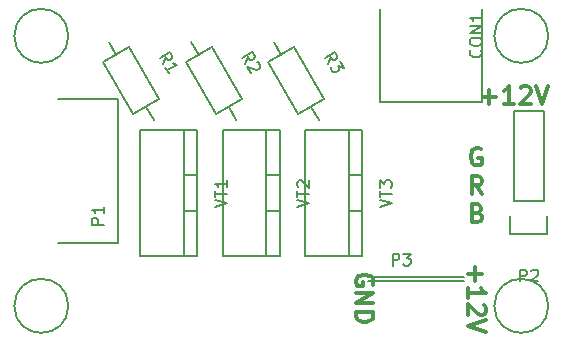
<source format=gto>
%TF.GenerationSoftware,KiCad,Pcbnew,4.0.1-stable*%
%TF.CreationDate,2016-01-20T19:55:13+01:00*%
%TF.ProjectId,pwm_board,70776D5F626F6172642E6B696361645F,rev?*%
%TF.FileFunction,Legend,Top*%
%FSLAX46Y46*%
G04 Gerber Fmt 4.6, Leading zero omitted, Abs format (unit mm)*
G04 Created by KiCad (PCBNEW 4.0.1-stable) date Wed 20 Jan 2016 07:55:13 PM CET*
%MOMM*%
G01*
G04 APERTURE LIST*
%ADD10C,0.100000*%
%ADD11C,0.300000*%
%ADD12C,0.150000*%
G04 APERTURE END LIST*
D10*
D11*
X151880000Y-113157143D02*
X151951429Y-113014286D01*
X151951429Y-112800000D01*
X151880000Y-112585715D01*
X151737143Y-112442857D01*
X151594286Y-112371429D01*
X151308571Y-112300000D01*
X151094286Y-112300000D01*
X150808571Y-112371429D01*
X150665714Y-112442857D01*
X150522857Y-112585715D01*
X150451429Y-112800000D01*
X150451429Y-112942857D01*
X150522857Y-113157143D01*
X150594286Y-113228572D01*
X151094286Y-113228572D01*
X151094286Y-112942857D01*
X150451429Y-113871429D02*
X151951429Y-113871429D01*
X150451429Y-114728572D01*
X151951429Y-114728572D01*
X150451429Y-115442858D02*
X151951429Y-115442858D01*
X151951429Y-115800001D01*
X151880000Y-116014286D01*
X151737143Y-116157144D01*
X151594286Y-116228572D01*
X151308571Y-116300001D01*
X151094286Y-116300001D01*
X150808571Y-116228572D01*
X150665714Y-116157144D01*
X150522857Y-116014286D01*
X150451429Y-115800001D01*
X150451429Y-115442858D01*
X160547857Y-111657144D02*
X160547857Y-112800001D01*
X159976429Y-112228572D02*
X161119286Y-112228572D01*
X159976429Y-114300001D02*
X159976429Y-113442858D01*
X159976429Y-113871430D02*
X161476429Y-113871430D01*
X161262143Y-113728573D01*
X161119286Y-113585715D01*
X161047857Y-113442858D01*
X161333571Y-114871429D02*
X161405000Y-114942858D01*
X161476429Y-115085715D01*
X161476429Y-115442858D01*
X161405000Y-115585715D01*
X161333571Y-115657144D01*
X161190714Y-115728572D01*
X161047857Y-115728572D01*
X160833571Y-115657144D01*
X159976429Y-114800001D01*
X159976429Y-115728572D01*
X161476429Y-116157143D02*
X159976429Y-116657143D01*
X161476429Y-117157143D01*
X161047857Y-101625000D02*
X160905000Y-101553571D01*
X160690714Y-101553571D01*
X160476429Y-101625000D01*
X160333571Y-101767857D01*
X160262143Y-101910714D01*
X160190714Y-102196429D01*
X160190714Y-102410714D01*
X160262143Y-102696429D01*
X160333571Y-102839286D01*
X160476429Y-102982143D01*
X160690714Y-103053571D01*
X160833571Y-103053571D01*
X161047857Y-102982143D01*
X161119286Y-102910714D01*
X161119286Y-102410714D01*
X160833571Y-102410714D01*
X161119286Y-105453571D02*
X160619286Y-104739286D01*
X160262143Y-105453571D02*
X160262143Y-103953571D01*
X160833571Y-103953571D01*
X160976429Y-104025000D01*
X161047857Y-104096429D01*
X161119286Y-104239286D01*
X161119286Y-104453571D01*
X161047857Y-104596429D01*
X160976429Y-104667857D01*
X160833571Y-104739286D01*
X160262143Y-104739286D01*
X160762143Y-107067857D02*
X160976429Y-107139286D01*
X161047857Y-107210714D01*
X161119286Y-107353571D01*
X161119286Y-107567857D01*
X161047857Y-107710714D01*
X160976429Y-107782143D01*
X160833571Y-107853571D01*
X160262143Y-107853571D01*
X160262143Y-106353571D01*
X160762143Y-106353571D01*
X160905000Y-106425000D01*
X160976429Y-106496429D01*
X161047857Y-106639286D01*
X161047857Y-106782143D01*
X160976429Y-106925000D01*
X160905000Y-106996429D01*
X160762143Y-107067857D01*
X160262143Y-107067857D01*
X161187144Y-97262143D02*
X162330001Y-97262143D01*
X161758572Y-97833571D02*
X161758572Y-96690714D01*
X163830001Y-97833571D02*
X162972858Y-97833571D01*
X163401430Y-97833571D02*
X163401430Y-96333571D01*
X163258573Y-96547857D01*
X163115715Y-96690714D01*
X162972858Y-96762143D01*
X164401429Y-96476429D02*
X164472858Y-96405000D01*
X164615715Y-96333571D01*
X164972858Y-96333571D01*
X165115715Y-96405000D01*
X165187144Y-96476429D01*
X165258572Y-96619286D01*
X165258572Y-96762143D01*
X165187144Y-96976429D01*
X164330001Y-97833571D01*
X165258572Y-97833571D01*
X165687143Y-96333571D02*
X166187143Y-97833571D01*
X166687143Y-96333571D01*
D12*
X154045920Y-112869980D02*
X159644080Y-112869980D01*
X159644080Y-112471200D02*
X154045920Y-112471200D01*
X151505920Y-112869980D02*
X157104080Y-112869980D01*
X157104080Y-112471200D02*
X151505920Y-112471200D01*
X152527000Y-97663000D02*
X152527000Y-89789000D01*
X161163000Y-97663000D02*
X161163000Y-89789000D01*
X161163000Y-97663000D02*
X152527000Y-97663000D01*
X130302000Y-97409000D02*
X125222000Y-97409000D01*
X130302000Y-109601000D02*
X125222000Y-109601000D01*
X130302000Y-97409000D02*
X130302000Y-109601000D01*
X131274852Y-93050295D02*
X133814852Y-97449705D01*
X133814852Y-97449705D02*
X131615148Y-98719705D01*
X131615148Y-98719705D02*
X129075148Y-94320295D01*
X129075148Y-94320295D02*
X131274852Y-93050295D01*
X130175000Y-93685295D02*
X129540000Y-92585443D01*
X132715000Y-98084705D02*
X133350000Y-99184557D01*
X138259852Y-93050295D02*
X140799852Y-97449705D01*
X140799852Y-97449705D02*
X138600148Y-98719705D01*
X138600148Y-98719705D02*
X136060148Y-94320295D01*
X136060148Y-94320295D02*
X138259852Y-93050295D01*
X137160000Y-93685295D02*
X136525000Y-92585443D01*
X139700000Y-98084705D02*
X140335000Y-99184557D01*
X145244852Y-93050295D02*
X147784852Y-97449705D01*
X147784852Y-97449705D02*
X145585148Y-98719705D01*
X145585148Y-98719705D02*
X143045148Y-94320295D01*
X143045148Y-94320295D02*
X145244852Y-93050295D01*
X144145000Y-93685295D02*
X143510000Y-92585443D01*
X146685000Y-98084705D02*
X147320000Y-99184557D01*
X126111000Y-92075000D02*
G75*
G03X126111000Y-92075000I-2286000J0D01*
G01*
X126111000Y-114935000D02*
G75*
G03X126111000Y-114935000I-2286000J0D01*
G01*
X166751000Y-114935000D02*
G75*
G03X166751000Y-114935000I-2286000J0D01*
G01*
X166751000Y-92075000D02*
G75*
G03X166751000Y-92075000I-2286000J0D01*
G01*
X137033000Y-103886000D02*
X135890000Y-103886000D01*
X137033000Y-106934000D02*
X135890000Y-106934000D01*
X135890000Y-110744000D02*
X132207000Y-110744000D01*
X132207000Y-110744000D02*
X132207000Y-100076000D01*
X132207000Y-100076000D02*
X135890000Y-100076000D01*
X137033000Y-110744000D02*
X135890000Y-110744000D01*
X135890000Y-110744000D02*
X135890000Y-100076000D01*
X135890000Y-100076000D02*
X137033000Y-100076000D01*
X137033000Y-105410000D02*
X137033000Y-100076000D01*
X137033000Y-105410000D02*
X137033000Y-110744000D01*
X144018000Y-103886000D02*
X142875000Y-103886000D01*
X144018000Y-106934000D02*
X142875000Y-106934000D01*
X142875000Y-110744000D02*
X139192000Y-110744000D01*
X139192000Y-110744000D02*
X139192000Y-100076000D01*
X139192000Y-100076000D02*
X142875000Y-100076000D01*
X144018000Y-110744000D02*
X142875000Y-110744000D01*
X142875000Y-110744000D02*
X142875000Y-100076000D01*
X142875000Y-100076000D02*
X144018000Y-100076000D01*
X144018000Y-105410000D02*
X144018000Y-100076000D01*
X144018000Y-105410000D02*
X144018000Y-110744000D01*
X151003000Y-103886000D02*
X149860000Y-103886000D01*
X151003000Y-106934000D02*
X149860000Y-106934000D01*
X149860000Y-110744000D02*
X146177000Y-110744000D01*
X146177000Y-110744000D02*
X146177000Y-100076000D01*
X146177000Y-100076000D02*
X149860000Y-100076000D01*
X151003000Y-110744000D02*
X149860000Y-110744000D01*
X149860000Y-110744000D02*
X149860000Y-100076000D01*
X149860000Y-100076000D02*
X151003000Y-100076000D01*
X151003000Y-105410000D02*
X151003000Y-100076000D01*
X151003000Y-105410000D02*
X151003000Y-110744000D01*
X166370000Y-106045000D02*
X166370000Y-98425000D01*
X163830000Y-106045000D02*
X163830000Y-98425000D01*
X163550000Y-108865000D02*
X163550000Y-107315000D01*
X166370000Y-98425000D02*
X163830000Y-98425000D01*
X163830000Y-106045000D02*
X166370000Y-106045000D01*
X166650000Y-107315000D02*
X166650000Y-108865000D01*
X166650000Y-108865000D02*
X163550000Y-108865000D01*
X153566905Y-111521501D02*
X153566905Y-110521501D01*
X153947858Y-110521501D01*
X154043096Y-110569120D01*
X154090715Y-110616739D01*
X154138334Y-110711977D01*
X154138334Y-110854834D01*
X154090715Y-110950072D01*
X154043096Y-110997691D01*
X153947858Y-111045310D01*
X153566905Y-111045310D01*
X154471667Y-110521501D02*
X155090715Y-110521501D01*
X154757381Y-110902453D01*
X154900239Y-110902453D01*
X154995477Y-110950072D01*
X155043096Y-110997691D01*
X155090715Y-111092930D01*
X155090715Y-111331025D01*
X155043096Y-111426263D01*
X154995477Y-111473882D01*
X154900239Y-111521501D01*
X154614524Y-111521501D01*
X154519286Y-111473882D01*
X154471667Y-111426263D01*
X161012143Y-93289285D02*
X161059762Y-93336904D01*
X161107381Y-93479761D01*
X161107381Y-93574999D01*
X161059762Y-93717857D01*
X160964524Y-93813095D01*
X160869286Y-93860714D01*
X160678810Y-93908333D01*
X160535952Y-93908333D01*
X160345476Y-93860714D01*
X160250238Y-93813095D01*
X160155000Y-93717857D01*
X160107381Y-93574999D01*
X160107381Y-93479761D01*
X160155000Y-93336904D01*
X160202619Y-93289285D01*
X160107381Y-92670238D02*
X160107381Y-92479761D01*
X160155000Y-92384523D01*
X160250238Y-92289285D01*
X160440714Y-92241666D01*
X160774048Y-92241666D01*
X160964524Y-92289285D01*
X161059762Y-92384523D01*
X161107381Y-92479761D01*
X161107381Y-92670238D01*
X161059762Y-92765476D01*
X160964524Y-92860714D01*
X160774048Y-92908333D01*
X160440714Y-92908333D01*
X160250238Y-92860714D01*
X160155000Y-92765476D01*
X160107381Y-92670238D01*
X161107381Y-91813095D02*
X160107381Y-91813095D01*
X161107381Y-91241666D01*
X160107381Y-91241666D01*
X161107381Y-90241666D02*
X161107381Y-90813095D01*
X161107381Y-90527381D02*
X160107381Y-90527381D01*
X160250238Y-90622619D01*
X160345476Y-90717857D01*
X160393095Y-90813095D01*
X129103381Y-108053095D02*
X128103381Y-108053095D01*
X128103381Y-107672142D01*
X128151000Y-107576904D01*
X128198619Y-107529285D01*
X128293857Y-107481666D01*
X128436714Y-107481666D01*
X128531952Y-107529285D01*
X128579571Y-107576904D01*
X128627190Y-107672142D01*
X128627190Y-108053095D01*
X129103381Y-106529285D02*
X129103381Y-107100714D01*
X129103381Y-106815000D02*
X128103381Y-106815000D01*
X128246238Y-106910238D01*
X128341476Y-107005476D01*
X128389095Y-107100714D01*
X134125547Y-94432365D02*
X134371273Y-93905593D01*
X133839832Y-93937492D02*
X134705857Y-93437492D01*
X134896334Y-93767407D01*
X134902714Y-93873695D01*
X134885284Y-93938744D01*
X134826615Y-94027603D01*
X134702897Y-94099031D01*
X134596609Y-94105411D01*
X134531560Y-94087981D01*
X134442702Y-94029312D01*
X134252226Y-93699397D01*
X134601737Y-95257151D02*
X134316023Y-94762279D01*
X134458880Y-95009714D02*
X135324905Y-94509714D01*
X135153568Y-94498664D01*
X135023471Y-94463805D01*
X134934612Y-94405136D01*
X141110547Y-94432365D02*
X141356273Y-93905593D01*
X140824832Y-93937492D02*
X141690857Y-93437492D01*
X141881334Y-93767407D01*
X141887714Y-93873695D01*
X141870284Y-93938744D01*
X141811615Y-94027603D01*
X141687897Y-94099031D01*
X141581609Y-94105411D01*
X141516560Y-94087981D01*
X141427702Y-94029312D01*
X141237226Y-93699397D01*
X142084569Y-94309898D02*
X142149618Y-94327327D01*
X142238476Y-94385996D01*
X142357524Y-94592194D01*
X142363904Y-94698482D01*
X142346474Y-94763530D01*
X142287805Y-94852389D01*
X142205327Y-94900008D01*
X142057800Y-94930197D01*
X141277213Y-94721039D01*
X141586737Y-95257151D01*
X148095547Y-94432365D02*
X148341273Y-93905593D01*
X147809832Y-93937492D02*
X148675857Y-93437492D01*
X148866334Y-93767407D01*
X148872714Y-93873695D01*
X148855284Y-93938744D01*
X148796615Y-94027603D01*
X148672897Y-94099031D01*
X148566609Y-94105411D01*
X148501560Y-94087981D01*
X148412702Y-94029312D01*
X148222226Y-93699397D01*
X149128238Y-94221039D02*
X149437762Y-94757151D01*
X148941181Y-94658951D01*
X149012610Y-94782670D01*
X149018990Y-94888958D01*
X149001560Y-94954006D01*
X148942890Y-95042865D01*
X148736694Y-95161913D01*
X148630406Y-95168292D01*
X148565357Y-95150863D01*
X148476499Y-95092194D01*
X148333642Y-94844757D01*
X148327262Y-94738469D01*
X148344692Y-94673420D01*
X138517381Y-106600476D02*
X139517381Y-106267143D01*
X138517381Y-105933809D01*
X138517381Y-105743333D02*
X138517381Y-105171904D01*
X139517381Y-105457619D02*
X138517381Y-105457619D01*
X139517381Y-104314761D02*
X139517381Y-104886190D01*
X139517381Y-104600476D02*
X138517381Y-104600476D01*
X138660238Y-104695714D01*
X138755476Y-104790952D01*
X138803095Y-104886190D01*
X145502381Y-106600476D02*
X146502381Y-106267143D01*
X145502381Y-105933809D01*
X145502381Y-105743333D02*
X145502381Y-105171904D01*
X146502381Y-105457619D02*
X145502381Y-105457619D01*
X145597619Y-104886190D02*
X145550000Y-104838571D01*
X145502381Y-104743333D01*
X145502381Y-104505237D01*
X145550000Y-104409999D01*
X145597619Y-104362380D01*
X145692857Y-104314761D01*
X145788095Y-104314761D01*
X145930952Y-104362380D01*
X146502381Y-104933809D01*
X146502381Y-104314761D01*
X152487381Y-106600476D02*
X153487381Y-106267143D01*
X152487381Y-105933809D01*
X152487381Y-105743333D02*
X152487381Y-105171904D01*
X153487381Y-105457619D02*
X152487381Y-105457619D01*
X152487381Y-104933809D02*
X152487381Y-104314761D01*
X152868333Y-104648095D01*
X152868333Y-104505237D01*
X152915952Y-104409999D01*
X152963571Y-104362380D01*
X153058810Y-104314761D01*
X153296905Y-104314761D01*
X153392143Y-104362380D01*
X153439762Y-104409999D01*
X153487381Y-104505237D01*
X153487381Y-104790952D01*
X153439762Y-104886190D01*
X153392143Y-104933809D01*
X164361905Y-112867381D02*
X164361905Y-111867381D01*
X164742858Y-111867381D01*
X164838096Y-111915000D01*
X164885715Y-111962619D01*
X164933334Y-112057857D01*
X164933334Y-112200714D01*
X164885715Y-112295952D01*
X164838096Y-112343571D01*
X164742858Y-112391190D01*
X164361905Y-112391190D01*
X165314286Y-111962619D02*
X165361905Y-111915000D01*
X165457143Y-111867381D01*
X165695239Y-111867381D01*
X165790477Y-111915000D01*
X165838096Y-111962619D01*
X165885715Y-112057857D01*
X165885715Y-112153095D01*
X165838096Y-112295952D01*
X165266667Y-112867381D01*
X165885715Y-112867381D01*
M02*

</source>
